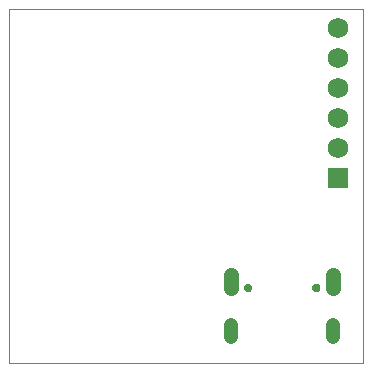
<source format=gbs>
G75*
%MOIN*%
%OFA0B0*%
%FSLAX25Y25*%
%IPPOS*%
%LPD*%
%AMOC8*
5,1,8,0,0,1.08239X$1,22.5*
%
%ADD10C,0.00000*%
%ADD11C,0.02762*%
%ADD12C,0.04928*%
%ADD13C,0.04534*%
%ADD14R,0.06900X0.06900*%
%ADD15C,0.06900*%
D10*
X0018501Y0009674D02*
X0018501Y0127784D01*
X0136611Y0127784D01*
X0136611Y0009674D01*
X0018501Y0009674D01*
X0096887Y0034871D02*
X0096889Y0034940D01*
X0096895Y0035008D01*
X0096905Y0035076D01*
X0096919Y0035143D01*
X0096937Y0035210D01*
X0096958Y0035275D01*
X0096984Y0035339D01*
X0097013Y0035401D01*
X0097045Y0035461D01*
X0097081Y0035520D01*
X0097121Y0035576D01*
X0097163Y0035630D01*
X0097209Y0035681D01*
X0097258Y0035730D01*
X0097309Y0035776D01*
X0097363Y0035818D01*
X0097419Y0035858D01*
X0097477Y0035894D01*
X0097538Y0035926D01*
X0097600Y0035955D01*
X0097664Y0035981D01*
X0097729Y0036002D01*
X0097796Y0036020D01*
X0097863Y0036034D01*
X0097931Y0036044D01*
X0097999Y0036050D01*
X0098068Y0036052D01*
X0098137Y0036050D01*
X0098205Y0036044D01*
X0098273Y0036034D01*
X0098340Y0036020D01*
X0098407Y0036002D01*
X0098472Y0035981D01*
X0098536Y0035955D01*
X0098598Y0035926D01*
X0098658Y0035894D01*
X0098717Y0035858D01*
X0098773Y0035818D01*
X0098827Y0035776D01*
X0098878Y0035730D01*
X0098927Y0035681D01*
X0098973Y0035630D01*
X0099015Y0035576D01*
X0099055Y0035520D01*
X0099091Y0035461D01*
X0099123Y0035401D01*
X0099152Y0035339D01*
X0099178Y0035275D01*
X0099199Y0035210D01*
X0099217Y0035143D01*
X0099231Y0035076D01*
X0099241Y0035008D01*
X0099247Y0034940D01*
X0099249Y0034871D01*
X0099247Y0034802D01*
X0099241Y0034734D01*
X0099231Y0034666D01*
X0099217Y0034599D01*
X0099199Y0034532D01*
X0099178Y0034467D01*
X0099152Y0034403D01*
X0099123Y0034341D01*
X0099091Y0034280D01*
X0099055Y0034222D01*
X0099015Y0034166D01*
X0098973Y0034112D01*
X0098927Y0034061D01*
X0098878Y0034012D01*
X0098827Y0033966D01*
X0098773Y0033924D01*
X0098717Y0033884D01*
X0098659Y0033848D01*
X0098598Y0033816D01*
X0098536Y0033787D01*
X0098472Y0033761D01*
X0098407Y0033740D01*
X0098340Y0033722D01*
X0098273Y0033708D01*
X0098205Y0033698D01*
X0098137Y0033692D01*
X0098068Y0033690D01*
X0097999Y0033692D01*
X0097931Y0033698D01*
X0097863Y0033708D01*
X0097796Y0033722D01*
X0097729Y0033740D01*
X0097664Y0033761D01*
X0097600Y0033787D01*
X0097538Y0033816D01*
X0097477Y0033848D01*
X0097419Y0033884D01*
X0097363Y0033924D01*
X0097309Y0033966D01*
X0097258Y0034012D01*
X0097209Y0034061D01*
X0097163Y0034112D01*
X0097121Y0034166D01*
X0097081Y0034222D01*
X0097045Y0034280D01*
X0097013Y0034341D01*
X0096984Y0034403D01*
X0096958Y0034467D01*
X0096937Y0034532D01*
X0096919Y0034599D01*
X0096905Y0034666D01*
X0096895Y0034734D01*
X0096889Y0034802D01*
X0096887Y0034871D01*
X0119642Y0034871D02*
X0119644Y0034940D01*
X0119650Y0035008D01*
X0119660Y0035076D01*
X0119674Y0035143D01*
X0119692Y0035210D01*
X0119713Y0035275D01*
X0119739Y0035339D01*
X0119768Y0035401D01*
X0119800Y0035461D01*
X0119836Y0035520D01*
X0119876Y0035576D01*
X0119918Y0035630D01*
X0119964Y0035681D01*
X0120013Y0035730D01*
X0120064Y0035776D01*
X0120118Y0035818D01*
X0120174Y0035858D01*
X0120232Y0035894D01*
X0120293Y0035926D01*
X0120355Y0035955D01*
X0120419Y0035981D01*
X0120484Y0036002D01*
X0120551Y0036020D01*
X0120618Y0036034D01*
X0120686Y0036044D01*
X0120754Y0036050D01*
X0120823Y0036052D01*
X0120892Y0036050D01*
X0120960Y0036044D01*
X0121028Y0036034D01*
X0121095Y0036020D01*
X0121162Y0036002D01*
X0121227Y0035981D01*
X0121291Y0035955D01*
X0121353Y0035926D01*
X0121413Y0035894D01*
X0121472Y0035858D01*
X0121528Y0035818D01*
X0121582Y0035776D01*
X0121633Y0035730D01*
X0121682Y0035681D01*
X0121728Y0035630D01*
X0121770Y0035576D01*
X0121810Y0035520D01*
X0121846Y0035461D01*
X0121878Y0035401D01*
X0121907Y0035339D01*
X0121933Y0035275D01*
X0121954Y0035210D01*
X0121972Y0035143D01*
X0121986Y0035076D01*
X0121996Y0035008D01*
X0122002Y0034940D01*
X0122004Y0034871D01*
X0122002Y0034802D01*
X0121996Y0034734D01*
X0121986Y0034666D01*
X0121972Y0034599D01*
X0121954Y0034532D01*
X0121933Y0034467D01*
X0121907Y0034403D01*
X0121878Y0034341D01*
X0121846Y0034280D01*
X0121810Y0034222D01*
X0121770Y0034166D01*
X0121728Y0034112D01*
X0121682Y0034061D01*
X0121633Y0034012D01*
X0121582Y0033966D01*
X0121528Y0033924D01*
X0121472Y0033884D01*
X0121414Y0033848D01*
X0121353Y0033816D01*
X0121291Y0033787D01*
X0121227Y0033761D01*
X0121162Y0033740D01*
X0121095Y0033722D01*
X0121028Y0033708D01*
X0120960Y0033698D01*
X0120892Y0033692D01*
X0120823Y0033690D01*
X0120754Y0033692D01*
X0120686Y0033698D01*
X0120618Y0033708D01*
X0120551Y0033722D01*
X0120484Y0033740D01*
X0120419Y0033761D01*
X0120355Y0033787D01*
X0120293Y0033816D01*
X0120232Y0033848D01*
X0120174Y0033884D01*
X0120118Y0033924D01*
X0120064Y0033966D01*
X0120013Y0034012D01*
X0119964Y0034061D01*
X0119918Y0034112D01*
X0119876Y0034166D01*
X0119836Y0034222D01*
X0119800Y0034280D01*
X0119768Y0034341D01*
X0119739Y0034403D01*
X0119713Y0034467D01*
X0119692Y0034532D01*
X0119674Y0034599D01*
X0119660Y0034666D01*
X0119650Y0034734D01*
X0119644Y0034802D01*
X0119642Y0034871D01*
D11*
X0120823Y0034871D03*
X0098068Y0034871D03*
D12*
X0092438Y0034576D02*
X0092438Y0039103D01*
X0126453Y0039103D02*
X0126453Y0034576D01*
D13*
X0126453Y0022450D02*
X0126453Y0018316D01*
X0092438Y0018316D02*
X0092438Y0022450D01*
D14*
X0128343Y0071288D03*
D15*
X0128343Y0081288D03*
X0128343Y0091288D03*
X0128343Y0101288D03*
X0128343Y0111288D03*
X0128343Y0121288D03*
M02*

</source>
